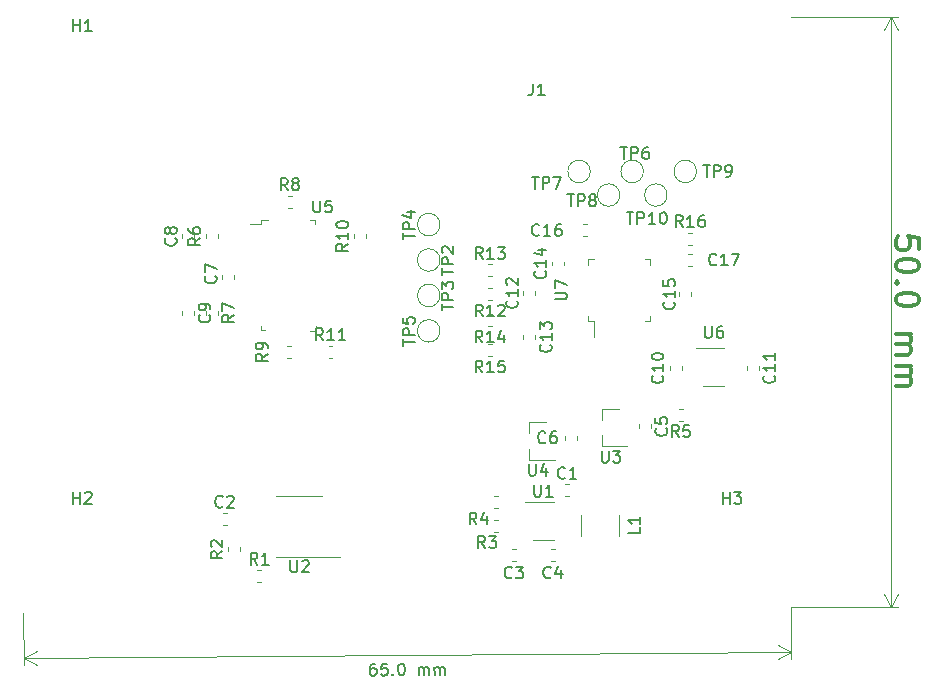
<source format=gbr>
G04 #@! TF.GenerationSoftware,KiCad,Pcbnew,(5.1.5-0)*
G04 #@! TF.CreationDate,2020-09-22T17:23:07-07:00*
G04 #@! TF.ProjectId,Luminometer_ADC,4c756d69-6e6f-46d6-9574-65725f414443,rev?*
G04 #@! TF.SameCoordinates,Original*
G04 #@! TF.FileFunction,Legend,Top*
G04 #@! TF.FilePolarity,Positive*
%FSLAX46Y46*%
G04 Gerber Fmt 4.6, Leading zero omitted, Abs format (unit mm)*
G04 Created by KiCad (PCBNEW (5.1.5-0)) date 2020-09-22 17:23:07*
%MOMM*%
%LPD*%
G04 APERTURE LIST*
%ADD10C,0.300000*%
%ADD11C,0.120000*%
%ADD12C,0.150000*%
%ADD13C,0.100000*%
G04 APERTURE END LIST*
D10*
X190865238Y-99671666D02*
X190865238Y-98719285D01*
X189912857Y-98624047D01*
X190008095Y-98719285D01*
X190103333Y-98909761D01*
X190103333Y-99385952D01*
X190008095Y-99576428D01*
X189912857Y-99671666D01*
X189722380Y-99766904D01*
X189246190Y-99766904D01*
X189055714Y-99671666D01*
X188960476Y-99576428D01*
X188865238Y-99385952D01*
X188865238Y-98909761D01*
X188960476Y-98719285D01*
X189055714Y-98624047D01*
X190865238Y-101005000D02*
X190865238Y-101195476D01*
X190770000Y-101385952D01*
X190674761Y-101481190D01*
X190484285Y-101576428D01*
X190103333Y-101671666D01*
X189627142Y-101671666D01*
X189246190Y-101576428D01*
X189055714Y-101481190D01*
X188960476Y-101385952D01*
X188865238Y-101195476D01*
X188865238Y-101005000D01*
X188960476Y-100814523D01*
X189055714Y-100719285D01*
X189246190Y-100624047D01*
X189627142Y-100528809D01*
X190103333Y-100528809D01*
X190484285Y-100624047D01*
X190674761Y-100719285D01*
X190770000Y-100814523D01*
X190865238Y-101005000D01*
X189055714Y-102528809D02*
X188960476Y-102624047D01*
X188865238Y-102528809D01*
X188960476Y-102433571D01*
X189055714Y-102528809D01*
X188865238Y-102528809D01*
X190865238Y-103862142D02*
X190865238Y-104052619D01*
X190770000Y-104243095D01*
X190674761Y-104338333D01*
X190484285Y-104433571D01*
X190103333Y-104528809D01*
X189627142Y-104528809D01*
X189246190Y-104433571D01*
X189055714Y-104338333D01*
X188960476Y-104243095D01*
X188865238Y-104052619D01*
X188865238Y-103862142D01*
X188960476Y-103671666D01*
X189055714Y-103576428D01*
X189246190Y-103481190D01*
X189627142Y-103385952D01*
X190103333Y-103385952D01*
X190484285Y-103481190D01*
X190674761Y-103576428D01*
X190770000Y-103671666D01*
X190865238Y-103862142D01*
X188865238Y-106909761D02*
X190198571Y-106909761D01*
X190008095Y-106909761D02*
X190103333Y-107005000D01*
X190198571Y-107195476D01*
X190198571Y-107481190D01*
X190103333Y-107671666D01*
X189912857Y-107766904D01*
X188865238Y-107766904D01*
X189912857Y-107766904D02*
X190103333Y-107862142D01*
X190198571Y-108052619D01*
X190198571Y-108338333D01*
X190103333Y-108528809D01*
X189912857Y-108624047D01*
X188865238Y-108624047D01*
X188865238Y-109576428D02*
X190198571Y-109576428D01*
X190008095Y-109576428D02*
X190103333Y-109671666D01*
X190198571Y-109862142D01*
X190198571Y-110147857D01*
X190103333Y-110338333D01*
X189912857Y-110433571D01*
X188865238Y-110433571D01*
X189912857Y-110433571D02*
X190103333Y-110528809D01*
X190198571Y-110719285D01*
X190198571Y-111005000D01*
X190103333Y-111195476D01*
X189912857Y-111290714D01*
X188865238Y-111290714D01*
D11*
X188500000Y-80010000D02*
X188500000Y-130000000D01*
X180000000Y-80010000D02*
X189086421Y-80010000D01*
X180000000Y-130000000D02*
X189086421Y-130000000D01*
X188500000Y-130000000D02*
X187913579Y-128873496D01*
X188500000Y-130000000D02*
X189086421Y-128873496D01*
X188500000Y-80010000D02*
X187913579Y-81136504D01*
X188500000Y-80010000D02*
X189086421Y-81136504D01*
D12*
X144821044Y-134802617D02*
X144630572Y-134803947D01*
X144535669Y-134852229D01*
X144488384Y-134900180D01*
X144394145Y-135043698D01*
X144347857Y-135234502D01*
X144350516Y-135615445D01*
X144398799Y-135710349D01*
X144446750Y-135757634D01*
X144542318Y-135804587D01*
X144732789Y-135803257D01*
X144827693Y-135754975D01*
X144874978Y-135707024D01*
X144921931Y-135611456D01*
X144920269Y-135373367D01*
X144871986Y-135278463D01*
X144824036Y-135231178D01*
X144728468Y-135184225D01*
X144537996Y-135185555D01*
X144443093Y-135233837D01*
X144395807Y-135281788D01*
X144348854Y-135377356D01*
X145821019Y-134795636D02*
X145344841Y-134798960D01*
X145300547Y-135275471D01*
X145347833Y-135227521D01*
X145442736Y-135179238D01*
X145680825Y-135177576D01*
X145776394Y-135224529D01*
X145824344Y-135271815D01*
X145872627Y-135366718D01*
X145874289Y-135604807D01*
X145827336Y-135700376D01*
X145780050Y-135748326D01*
X145685147Y-135796609D01*
X145447058Y-135798271D01*
X145351489Y-135751318D01*
X145303539Y-135704032D01*
X146303515Y-135697051D02*
X146351465Y-135744337D01*
X146304180Y-135792287D01*
X146256229Y-135745001D01*
X146303515Y-135697051D01*
X146304180Y-135792287D01*
X146963849Y-134787657D02*
X147059085Y-134786992D01*
X147154653Y-134833945D01*
X147202603Y-134881231D01*
X147250886Y-134976134D01*
X147299834Y-135166273D01*
X147301496Y-135404363D01*
X147255208Y-135595167D01*
X147208255Y-135690735D01*
X147160969Y-135738685D01*
X147066066Y-135786968D01*
X146970830Y-135787633D01*
X146875262Y-135740680D01*
X146827311Y-135693394D01*
X146779029Y-135598491D01*
X146730081Y-135408352D01*
X146728419Y-135170262D01*
X146774707Y-134979458D01*
X146821660Y-134883890D01*
X146868945Y-134835940D01*
X146963849Y-134787657D01*
X148494602Y-135776995D02*
X148489948Y-135110344D01*
X148490613Y-135205580D02*
X148537899Y-135157630D01*
X148632802Y-135109347D01*
X148775656Y-135108350D01*
X148871224Y-135155303D01*
X148919507Y-135250206D01*
X148923163Y-135774003D01*
X148919507Y-135250206D02*
X148966460Y-135154638D01*
X149061363Y-135106355D01*
X149204217Y-135105358D01*
X149299785Y-135152311D01*
X149348068Y-135247214D01*
X149351724Y-135771011D01*
X149827903Y-135767686D02*
X149823249Y-135101036D01*
X149823914Y-135196272D02*
X149871199Y-135148321D01*
X149966103Y-135100039D01*
X150108956Y-135099041D01*
X150204525Y-135145994D01*
X150252807Y-135240898D01*
X150256464Y-135764694D01*
X150252807Y-135240898D02*
X150299760Y-135145329D01*
X150394664Y-135097047D01*
X150537517Y-135096049D01*
X150633086Y-135143002D01*
X150681368Y-135237906D01*
X150685025Y-135761702D01*
D11*
X115029318Y-134311312D02*
X180029318Y-133811312D01*
X115000000Y-130500000D02*
X115033829Y-134897716D01*
X180000000Y-130000000D02*
X180033829Y-134397716D01*
X180029318Y-133811312D02*
X178907358Y-134406381D01*
X180029318Y-133811312D02*
X178898337Y-133233574D01*
X115029318Y-134311312D02*
X116160299Y-134889050D01*
X115029318Y-134311312D02*
X116151278Y-133716243D01*
X160776000Y-101081279D02*
X160776000Y-100755721D01*
X159756000Y-101081279D02*
X159756000Y-100755721D01*
X167513000Y-93119000D02*
G75*
G03X167513000Y-93119000I-950000J0D01*
G01*
X131891721Y-123065000D02*
X132217279Y-123065000D01*
X131891721Y-122045000D02*
X132217279Y-122045000D01*
X156382721Y-126129000D02*
X156708279Y-126129000D01*
X156382721Y-125109000D02*
X156708279Y-125109000D01*
X134838221Y-127891000D02*
X135163779Y-127891000D01*
X134838221Y-126871000D02*
X135163779Y-126871000D01*
X133352000Y-125283279D02*
X133352000Y-124957721D01*
X132332000Y-125283279D02*
X132332000Y-124957721D01*
X160882721Y-120629000D02*
X161208279Y-120629000D01*
X160882721Y-119609000D02*
X161208279Y-119609000D01*
X170838279Y-113199000D02*
X170512721Y-113199000D01*
X170838279Y-114219000D02*
X170512721Y-114219000D01*
X155208279Y-122609000D02*
X154882721Y-122609000D01*
X155208279Y-123629000D02*
X154882721Y-123629000D01*
X155208279Y-120609000D02*
X154882721Y-120609000D01*
X155208279Y-121629000D02*
X154882721Y-121629000D01*
X159670221Y-126129000D02*
X159995779Y-126129000D01*
X159670221Y-125109000D02*
X159995779Y-125109000D01*
X167143000Y-114540721D02*
X167143000Y-114866279D01*
X168163000Y-114540721D02*
X168163000Y-114866279D01*
X160908000Y-115517721D02*
X160908000Y-115843279D01*
X161928000Y-115517721D02*
X161928000Y-115843279D01*
X165433000Y-122169000D02*
X165433000Y-123969000D01*
X162233000Y-122169000D02*
X162233000Y-123969000D01*
D13*
X135106000Y-97603000D02*
X134206000Y-97603000D01*
X135106000Y-97203000D02*
X135106000Y-97603000D01*
X135706000Y-97203000D02*
X135106000Y-97203000D01*
X139706000Y-97203000D02*
X139306000Y-97203000D01*
X139706000Y-97603000D02*
X139706000Y-97203000D01*
X139806000Y-106603000D02*
X139306000Y-106603000D01*
X139806000Y-106203000D02*
X139806000Y-106603000D01*
X135106000Y-106503000D02*
X135506000Y-106503000D01*
X135106000Y-106203000D02*
X135106000Y-106503000D01*
D11*
X131824000Y-101919721D02*
X131824000Y-102245279D01*
X132844000Y-101919721D02*
X132844000Y-102245279D01*
X129476000Y-98767279D02*
X129476000Y-98441721D01*
X128456000Y-98767279D02*
X128456000Y-98441721D01*
X165513000Y-95119000D02*
G75*
G03X165513000Y-95119000I-950000J0D01*
G01*
X169513000Y-95119000D02*
G75*
G03X169513000Y-95119000I-950000J0D01*
G01*
X163013000Y-93119000D02*
G75*
G03X163013000Y-93119000I-950000J0D01*
G01*
X172013000Y-93119000D02*
G75*
G03X172013000Y-93119000I-950000J0D01*
G01*
X159928000Y-121089000D02*
X157478000Y-121089000D01*
X158128000Y-124309000D02*
X159928000Y-124309000D01*
X163988000Y-113233000D02*
X165448000Y-113233000D01*
X163988000Y-116393000D02*
X166148000Y-116393000D01*
X163988000Y-116393000D02*
X163988000Y-115463000D01*
X163988000Y-113233000D02*
X163988000Y-114163000D01*
X157828000Y-114349000D02*
X159288000Y-114349000D01*
X157828000Y-117509000D02*
X159988000Y-117509000D01*
X157828000Y-117509000D02*
X157828000Y-116579000D01*
X157828000Y-114349000D02*
X157828000Y-115279000D01*
X174374000Y-108054000D02*
X171924000Y-108054000D01*
X172574000Y-111274000D02*
X174374000Y-111274000D01*
X163313000Y-105789000D02*
X163313000Y-107104000D01*
X162863000Y-105789000D02*
X163313000Y-105789000D01*
X162863000Y-105339000D02*
X162863000Y-105789000D01*
X162863000Y-100569000D02*
X163313000Y-100569000D01*
X162863000Y-101019000D02*
X162863000Y-100569000D01*
X168083000Y-105789000D02*
X167633000Y-105789000D01*
X168083000Y-105339000D02*
X168083000Y-105789000D01*
X168083000Y-100569000D02*
X167633000Y-100569000D01*
X168083000Y-101019000D02*
X168083000Y-100569000D01*
X131476000Y-98767279D02*
X131476000Y-98441721D01*
X130456000Y-98767279D02*
X130456000Y-98441721D01*
X130456000Y-104925721D02*
X130456000Y-105251279D01*
X131476000Y-104925721D02*
X131476000Y-105251279D01*
X137395721Y-96190000D02*
X137721279Y-96190000D01*
X137395721Y-95170000D02*
X137721279Y-95170000D01*
X137360721Y-108902000D02*
X137686279Y-108902000D01*
X137360721Y-107882000D02*
X137686279Y-107882000D01*
X143996000Y-98767279D02*
X143996000Y-98441721D01*
X142976000Y-98767279D02*
X142976000Y-98441721D01*
X154696279Y-102995000D02*
X154370721Y-102995000D01*
X154696279Y-104015000D02*
X154370721Y-104015000D01*
X154696279Y-100963000D02*
X154370721Y-100963000D01*
X154696279Y-101983000D02*
X154370721Y-101983000D01*
X154688279Y-105209000D02*
X154362721Y-105209000D01*
X154688279Y-106229000D02*
X154362721Y-106229000D01*
X138389000Y-125749000D02*
X141839000Y-125749000D01*
X138389000Y-125749000D02*
X136439000Y-125749000D01*
X138389000Y-120629000D02*
X140339000Y-120629000D01*
X138389000Y-120629000D02*
X136439000Y-120629000D01*
X154688279Y-107749000D02*
X154362721Y-107749000D01*
X154688279Y-108769000D02*
X154362721Y-108769000D01*
X171638279Y-98359000D02*
X171312721Y-98359000D01*
X171638279Y-99379000D02*
X171312721Y-99379000D01*
X150283000Y-100619000D02*
G75*
G03X150283000Y-100619000I-950000J0D01*
G01*
X150283000Y-103619000D02*
G75*
G03X150283000Y-103619000I-950000J0D01*
G01*
X150283000Y-97619000D02*
G75*
G03X150283000Y-97619000I-950000J0D01*
G01*
X150283000Y-106619000D02*
G75*
G03X150283000Y-106619000I-950000J0D01*
G01*
X128456000Y-104925721D02*
X128456000Y-105251279D01*
X129476000Y-104925721D02*
X129476000Y-105251279D01*
X169744000Y-109608721D02*
X169744000Y-109934279D01*
X170764000Y-109608721D02*
X170764000Y-109934279D01*
X176274000Y-109598721D02*
X176274000Y-109924279D01*
X177294000Y-109598721D02*
X177294000Y-109924279D01*
X158363000Y-103569279D02*
X158363000Y-103243721D01*
X157343000Y-103569279D02*
X157343000Y-103243721D01*
X157343000Y-106978721D02*
X157343000Y-107304279D01*
X158363000Y-106978721D02*
X158363000Y-107304279D01*
X170495500Y-103367721D02*
X170495500Y-103693279D01*
X171515500Y-103367721D02*
X171515500Y-103693279D01*
X162422721Y-98609000D02*
X162748279Y-98609000D01*
X162422721Y-97589000D02*
X162748279Y-97589000D01*
X171312721Y-101094000D02*
X171638279Y-101094000D01*
X171312721Y-100074000D02*
X171638279Y-100074000D01*
X140860721Y-108902000D02*
X141186279Y-108902000D01*
X140860721Y-107882000D02*
X141186279Y-107882000D01*
D12*
X159193142Y-101561357D02*
X159240761Y-101608976D01*
X159288380Y-101751833D01*
X159288380Y-101847071D01*
X159240761Y-101989928D01*
X159145523Y-102085166D01*
X159050285Y-102132785D01*
X158859809Y-102180404D01*
X158716952Y-102180404D01*
X158526476Y-102132785D01*
X158431238Y-102085166D01*
X158336000Y-101989928D01*
X158288380Y-101847071D01*
X158288380Y-101751833D01*
X158336000Y-101608976D01*
X158383619Y-101561357D01*
X159288380Y-100608976D02*
X159288380Y-101180404D01*
X159288380Y-100894690D02*
X158288380Y-100894690D01*
X158431238Y-100989928D01*
X158526476Y-101085166D01*
X158574095Y-101180404D01*
X158621714Y-99751833D02*
X159288380Y-99751833D01*
X158240761Y-99989928D02*
X158955047Y-100228023D01*
X158955047Y-99608976D01*
X174238095Y-121252380D02*
X174238095Y-120252380D01*
X174238095Y-120728571D02*
X174809523Y-120728571D01*
X174809523Y-121252380D02*
X174809523Y-120252380D01*
X175190476Y-120252380D02*
X175809523Y-120252380D01*
X175476190Y-120633333D01*
X175619047Y-120633333D01*
X175714285Y-120680952D01*
X175761904Y-120728571D01*
X175809523Y-120823809D01*
X175809523Y-121061904D01*
X175761904Y-121157142D01*
X175714285Y-121204761D01*
X175619047Y-121252380D01*
X175333333Y-121252380D01*
X175238095Y-121204761D01*
X175190476Y-121157142D01*
X119238095Y-121252380D02*
X119238095Y-120252380D01*
X119238095Y-120728571D02*
X119809523Y-120728571D01*
X119809523Y-121252380D02*
X119809523Y-120252380D01*
X120238095Y-120347619D02*
X120285714Y-120300000D01*
X120380952Y-120252380D01*
X120619047Y-120252380D01*
X120714285Y-120300000D01*
X120761904Y-120347619D01*
X120809523Y-120442857D01*
X120809523Y-120538095D01*
X120761904Y-120680952D01*
X120190476Y-121252380D01*
X120809523Y-121252380D01*
X166094904Y-96571380D02*
X166666333Y-96571380D01*
X166380619Y-97571380D02*
X166380619Y-96571380D01*
X166999666Y-97571380D02*
X166999666Y-96571380D01*
X167380619Y-96571380D01*
X167475857Y-96619000D01*
X167523476Y-96666619D01*
X167571095Y-96761857D01*
X167571095Y-96904714D01*
X167523476Y-96999952D01*
X167475857Y-97047571D01*
X167380619Y-97095190D01*
X166999666Y-97095190D01*
X168523476Y-97571380D02*
X167952047Y-97571380D01*
X168237761Y-97571380D02*
X168237761Y-96571380D01*
X168142523Y-96714238D01*
X168047285Y-96809476D01*
X167952047Y-96857095D01*
X169142523Y-96571380D02*
X169237761Y-96571380D01*
X169333000Y-96619000D01*
X169380619Y-96666619D01*
X169428238Y-96761857D01*
X169475857Y-96952333D01*
X169475857Y-97190428D01*
X169428238Y-97380904D01*
X169380619Y-97476142D01*
X169333000Y-97523761D01*
X169237761Y-97571380D01*
X169142523Y-97571380D01*
X169047285Y-97523761D01*
X168999666Y-97476142D01*
X168952047Y-97380904D01*
X168904428Y-97190428D01*
X168904428Y-96952333D01*
X168952047Y-96761857D01*
X168999666Y-96666619D01*
X169047285Y-96619000D01*
X169142523Y-96571380D01*
X158162666Y-85685380D02*
X158162666Y-86399666D01*
X158115047Y-86542523D01*
X158019809Y-86637761D01*
X157876952Y-86685380D01*
X157781714Y-86685380D01*
X159162666Y-86685380D02*
X158591238Y-86685380D01*
X158876952Y-86685380D02*
X158876952Y-85685380D01*
X158781714Y-85828238D01*
X158686476Y-85923476D01*
X158591238Y-85971095D01*
X131887833Y-121482142D02*
X131840214Y-121529761D01*
X131697357Y-121577380D01*
X131602119Y-121577380D01*
X131459261Y-121529761D01*
X131364023Y-121434523D01*
X131316404Y-121339285D01*
X131268785Y-121148809D01*
X131268785Y-121005952D01*
X131316404Y-120815476D01*
X131364023Y-120720238D01*
X131459261Y-120625000D01*
X131602119Y-120577380D01*
X131697357Y-120577380D01*
X131840214Y-120625000D01*
X131887833Y-120672619D01*
X132268785Y-120672619D02*
X132316404Y-120625000D01*
X132411642Y-120577380D01*
X132649738Y-120577380D01*
X132744976Y-120625000D01*
X132792595Y-120672619D01*
X132840214Y-120767857D01*
X132840214Y-120863095D01*
X132792595Y-121005952D01*
X132221166Y-121577380D01*
X132840214Y-121577380D01*
X156378833Y-127476142D02*
X156331214Y-127523761D01*
X156188357Y-127571380D01*
X156093119Y-127571380D01*
X155950261Y-127523761D01*
X155855023Y-127428523D01*
X155807404Y-127333285D01*
X155759785Y-127142809D01*
X155759785Y-126999952D01*
X155807404Y-126809476D01*
X155855023Y-126714238D01*
X155950261Y-126619000D01*
X156093119Y-126571380D01*
X156188357Y-126571380D01*
X156331214Y-126619000D01*
X156378833Y-126666619D01*
X156712166Y-126571380D02*
X157331214Y-126571380D01*
X156997880Y-126952333D01*
X157140738Y-126952333D01*
X157235976Y-126999952D01*
X157283595Y-127047571D01*
X157331214Y-127142809D01*
X157331214Y-127380904D01*
X157283595Y-127476142D01*
X157235976Y-127523761D01*
X157140738Y-127571380D01*
X156855023Y-127571380D01*
X156759785Y-127523761D01*
X156712166Y-127476142D01*
X134834333Y-126403380D02*
X134501000Y-125927190D01*
X134262904Y-126403380D02*
X134262904Y-125403380D01*
X134643857Y-125403380D01*
X134739095Y-125451000D01*
X134786714Y-125498619D01*
X134834333Y-125593857D01*
X134834333Y-125736714D01*
X134786714Y-125831952D01*
X134739095Y-125879571D01*
X134643857Y-125927190D01*
X134262904Y-125927190D01*
X135786714Y-126403380D02*
X135215285Y-126403380D01*
X135501000Y-126403380D02*
X135501000Y-125403380D01*
X135405761Y-125546238D01*
X135310523Y-125641476D01*
X135215285Y-125689095D01*
X131864380Y-125287166D02*
X131388190Y-125620500D01*
X131864380Y-125858595D02*
X130864380Y-125858595D01*
X130864380Y-125477642D01*
X130912000Y-125382404D01*
X130959619Y-125334785D01*
X131054857Y-125287166D01*
X131197714Y-125287166D01*
X131292952Y-125334785D01*
X131340571Y-125382404D01*
X131388190Y-125477642D01*
X131388190Y-125858595D01*
X130959619Y-124906214D02*
X130912000Y-124858595D01*
X130864380Y-124763357D01*
X130864380Y-124525261D01*
X130912000Y-124430023D01*
X130959619Y-124382404D01*
X131054857Y-124334785D01*
X131150095Y-124334785D01*
X131292952Y-124382404D01*
X131864380Y-124953833D01*
X131864380Y-124334785D01*
X160878833Y-119046142D02*
X160831214Y-119093761D01*
X160688357Y-119141380D01*
X160593119Y-119141380D01*
X160450261Y-119093761D01*
X160355023Y-118998523D01*
X160307404Y-118903285D01*
X160259785Y-118712809D01*
X160259785Y-118569952D01*
X160307404Y-118379476D01*
X160355023Y-118284238D01*
X160450261Y-118189000D01*
X160593119Y-118141380D01*
X160688357Y-118141380D01*
X160831214Y-118189000D01*
X160878833Y-118236619D01*
X161831214Y-119141380D02*
X161259785Y-119141380D01*
X161545500Y-119141380D02*
X161545500Y-118141380D01*
X161450261Y-118284238D01*
X161355023Y-118379476D01*
X161259785Y-118427095D01*
X170508833Y-115591380D02*
X170175500Y-115115190D01*
X169937404Y-115591380D02*
X169937404Y-114591380D01*
X170318357Y-114591380D01*
X170413595Y-114639000D01*
X170461214Y-114686619D01*
X170508833Y-114781857D01*
X170508833Y-114924714D01*
X170461214Y-115019952D01*
X170413595Y-115067571D01*
X170318357Y-115115190D01*
X169937404Y-115115190D01*
X171413595Y-114591380D02*
X170937404Y-114591380D01*
X170889785Y-115067571D01*
X170937404Y-115019952D01*
X171032642Y-114972333D01*
X171270738Y-114972333D01*
X171365976Y-115019952D01*
X171413595Y-115067571D01*
X171461214Y-115162809D01*
X171461214Y-115400904D01*
X171413595Y-115496142D01*
X171365976Y-115543761D01*
X171270738Y-115591380D01*
X171032642Y-115591380D01*
X170937404Y-115543761D01*
X170889785Y-115496142D01*
X154091333Y-125001380D02*
X153758000Y-124525190D01*
X153519904Y-125001380D02*
X153519904Y-124001380D01*
X153900857Y-124001380D01*
X153996095Y-124049000D01*
X154043714Y-124096619D01*
X154091333Y-124191857D01*
X154091333Y-124334714D01*
X154043714Y-124429952D01*
X153996095Y-124477571D01*
X153900857Y-124525190D01*
X153519904Y-124525190D01*
X154424666Y-124001380D02*
X155043714Y-124001380D01*
X154710380Y-124382333D01*
X154853238Y-124382333D01*
X154948476Y-124429952D01*
X154996095Y-124477571D01*
X155043714Y-124572809D01*
X155043714Y-124810904D01*
X154996095Y-124906142D01*
X154948476Y-124953761D01*
X154853238Y-125001380D01*
X154567523Y-125001380D01*
X154472285Y-124953761D01*
X154424666Y-124906142D01*
X153378833Y-123001380D02*
X153045500Y-122525190D01*
X152807404Y-123001380D02*
X152807404Y-122001380D01*
X153188357Y-122001380D01*
X153283595Y-122049000D01*
X153331214Y-122096619D01*
X153378833Y-122191857D01*
X153378833Y-122334714D01*
X153331214Y-122429952D01*
X153283595Y-122477571D01*
X153188357Y-122525190D01*
X152807404Y-122525190D01*
X154235976Y-122334714D02*
X154235976Y-123001380D01*
X153997880Y-121953761D02*
X153759785Y-122668047D01*
X154378833Y-122668047D01*
X159666333Y-127476142D02*
X159618714Y-127523761D01*
X159475857Y-127571380D01*
X159380619Y-127571380D01*
X159237761Y-127523761D01*
X159142523Y-127428523D01*
X159094904Y-127333285D01*
X159047285Y-127142809D01*
X159047285Y-126999952D01*
X159094904Y-126809476D01*
X159142523Y-126714238D01*
X159237761Y-126619000D01*
X159380619Y-126571380D01*
X159475857Y-126571380D01*
X159618714Y-126619000D01*
X159666333Y-126666619D01*
X160523476Y-126904714D02*
X160523476Y-127571380D01*
X160285380Y-126523761D02*
X160047285Y-127238047D01*
X160666333Y-127238047D01*
X169440142Y-114870166D02*
X169487761Y-114917785D01*
X169535380Y-115060642D01*
X169535380Y-115155880D01*
X169487761Y-115298738D01*
X169392523Y-115393976D01*
X169297285Y-115441595D01*
X169106809Y-115489214D01*
X168963952Y-115489214D01*
X168773476Y-115441595D01*
X168678238Y-115393976D01*
X168583000Y-115298738D01*
X168535380Y-115155880D01*
X168535380Y-115060642D01*
X168583000Y-114917785D01*
X168630619Y-114870166D01*
X168535380Y-113965404D02*
X168535380Y-114441595D01*
X169011571Y-114489214D01*
X168963952Y-114441595D01*
X168916333Y-114346357D01*
X168916333Y-114108261D01*
X168963952Y-114013023D01*
X169011571Y-113965404D01*
X169106809Y-113917785D01*
X169344904Y-113917785D01*
X169440142Y-113965404D01*
X169487761Y-114013023D01*
X169535380Y-114108261D01*
X169535380Y-114346357D01*
X169487761Y-114441595D01*
X169440142Y-114489214D01*
X159219333Y-116037642D02*
X159171714Y-116085261D01*
X159028857Y-116132880D01*
X158933619Y-116132880D01*
X158790761Y-116085261D01*
X158695523Y-115990023D01*
X158647904Y-115894785D01*
X158600285Y-115704309D01*
X158600285Y-115561452D01*
X158647904Y-115370976D01*
X158695523Y-115275738D01*
X158790761Y-115180500D01*
X158933619Y-115132880D01*
X159028857Y-115132880D01*
X159171714Y-115180500D01*
X159219333Y-115228119D01*
X160076476Y-115132880D02*
X159886000Y-115132880D01*
X159790761Y-115180500D01*
X159743142Y-115228119D01*
X159647904Y-115370976D01*
X159600285Y-115561452D01*
X159600285Y-115942404D01*
X159647904Y-116037642D01*
X159695523Y-116085261D01*
X159790761Y-116132880D01*
X159981238Y-116132880D01*
X160076476Y-116085261D01*
X160124095Y-116037642D01*
X160171714Y-115942404D01*
X160171714Y-115704309D01*
X160124095Y-115609071D01*
X160076476Y-115561452D01*
X159981238Y-115513833D01*
X159790761Y-115513833D01*
X159695523Y-115561452D01*
X159647904Y-115609071D01*
X159600285Y-115704309D01*
X167235380Y-123235666D02*
X167235380Y-123711857D01*
X166235380Y-123711857D01*
X167235380Y-122378523D02*
X167235380Y-122949952D01*
X167235380Y-122664238D02*
X166235380Y-122664238D01*
X166378238Y-122759476D01*
X166473476Y-122854714D01*
X166521095Y-122949952D01*
X139573095Y-95591380D02*
X139573095Y-96400904D01*
X139620714Y-96496142D01*
X139668333Y-96543761D01*
X139763571Y-96591380D01*
X139954047Y-96591380D01*
X140049285Y-96543761D01*
X140096904Y-96496142D01*
X140144523Y-96400904D01*
X140144523Y-95591380D01*
X141096904Y-95591380D02*
X140620714Y-95591380D01*
X140573095Y-96067571D01*
X140620714Y-96019952D01*
X140715952Y-95972333D01*
X140954047Y-95972333D01*
X141049285Y-96019952D01*
X141096904Y-96067571D01*
X141144523Y-96162809D01*
X141144523Y-96400904D01*
X141096904Y-96496142D01*
X141049285Y-96543761D01*
X140954047Y-96591380D01*
X140715952Y-96591380D01*
X140620714Y-96543761D01*
X140573095Y-96496142D01*
X131278142Y-101971166D02*
X131325761Y-102018785D01*
X131373380Y-102161642D01*
X131373380Y-102256880D01*
X131325761Y-102399738D01*
X131230523Y-102494976D01*
X131135285Y-102542595D01*
X130944809Y-102590214D01*
X130801952Y-102590214D01*
X130611476Y-102542595D01*
X130516238Y-102494976D01*
X130421000Y-102399738D01*
X130373380Y-102256880D01*
X130373380Y-102161642D01*
X130421000Y-102018785D01*
X130468619Y-101971166D01*
X130373380Y-101637833D02*
X130373380Y-100971166D01*
X131373380Y-101399738D01*
X127893142Y-98771166D02*
X127940761Y-98818785D01*
X127988380Y-98961642D01*
X127988380Y-99056880D01*
X127940761Y-99199738D01*
X127845523Y-99294976D01*
X127750285Y-99342595D01*
X127559809Y-99390214D01*
X127416952Y-99390214D01*
X127226476Y-99342595D01*
X127131238Y-99294976D01*
X127036000Y-99199738D01*
X126988380Y-99056880D01*
X126988380Y-98961642D01*
X127036000Y-98818785D01*
X127083619Y-98771166D01*
X127416952Y-98199738D02*
X127369333Y-98294976D01*
X127321714Y-98342595D01*
X127226476Y-98390214D01*
X127178857Y-98390214D01*
X127083619Y-98342595D01*
X127036000Y-98294976D01*
X126988380Y-98199738D01*
X126988380Y-98009261D01*
X127036000Y-97914023D01*
X127083619Y-97866404D01*
X127178857Y-97818785D01*
X127226476Y-97818785D01*
X127321714Y-97866404D01*
X127369333Y-97914023D01*
X127416952Y-98009261D01*
X127416952Y-98199738D01*
X127464571Y-98294976D01*
X127512190Y-98342595D01*
X127607428Y-98390214D01*
X127797904Y-98390214D01*
X127893142Y-98342595D01*
X127940761Y-98294976D01*
X127988380Y-98199738D01*
X127988380Y-98009261D01*
X127940761Y-97914023D01*
X127893142Y-97866404D01*
X127797904Y-97818785D01*
X127607428Y-97818785D01*
X127512190Y-97866404D01*
X127464571Y-97914023D01*
X127416952Y-98009261D01*
X161071095Y-95071380D02*
X161642523Y-95071380D01*
X161356809Y-96071380D02*
X161356809Y-95071380D01*
X161975857Y-96071380D02*
X161975857Y-95071380D01*
X162356809Y-95071380D01*
X162452047Y-95119000D01*
X162499666Y-95166619D01*
X162547285Y-95261857D01*
X162547285Y-95404714D01*
X162499666Y-95499952D01*
X162452047Y-95547571D01*
X162356809Y-95595190D01*
X161975857Y-95595190D01*
X163118714Y-95499952D02*
X163023476Y-95452333D01*
X162975857Y-95404714D01*
X162928238Y-95309476D01*
X162928238Y-95261857D01*
X162975857Y-95166619D01*
X163023476Y-95119000D01*
X163118714Y-95071380D01*
X163309190Y-95071380D01*
X163404428Y-95119000D01*
X163452047Y-95166619D01*
X163499666Y-95261857D01*
X163499666Y-95309476D01*
X163452047Y-95404714D01*
X163404428Y-95452333D01*
X163309190Y-95499952D01*
X163118714Y-95499952D01*
X163023476Y-95547571D01*
X162975857Y-95595190D01*
X162928238Y-95690428D01*
X162928238Y-95880904D01*
X162975857Y-95976142D01*
X163023476Y-96023761D01*
X163118714Y-96071380D01*
X163309190Y-96071380D01*
X163404428Y-96023761D01*
X163452047Y-95976142D01*
X163499666Y-95880904D01*
X163499666Y-95690428D01*
X163452047Y-95595190D01*
X163404428Y-95547571D01*
X163309190Y-95499952D01*
X165571095Y-91071380D02*
X166142523Y-91071380D01*
X165856809Y-92071380D02*
X165856809Y-91071380D01*
X166475857Y-92071380D02*
X166475857Y-91071380D01*
X166856809Y-91071380D01*
X166952047Y-91119000D01*
X166999666Y-91166619D01*
X167047285Y-91261857D01*
X167047285Y-91404714D01*
X166999666Y-91499952D01*
X166952047Y-91547571D01*
X166856809Y-91595190D01*
X166475857Y-91595190D01*
X167904428Y-91071380D02*
X167713952Y-91071380D01*
X167618714Y-91119000D01*
X167571095Y-91166619D01*
X167475857Y-91309476D01*
X167428238Y-91499952D01*
X167428238Y-91880904D01*
X167475857Y-91976142D01*
X167523476Y-92023761D01*
X167618714Y-92071380D01*
X167809190Y-92071380D01*
X167904428Y-92023761D01*
X167952047Y-91976142D01*
X167999666Y-91880904D01*
X167999666Y-91642809D01*
X167952047Y-91547571D01*
X167904428Y-91499952D01*
X167809190Y-91452333D01*
X167618714Y-91452333D01*
X167523476Y-91499952D01*
X167475857Y-91547571D01*
X167428238Y-91642809D01*
X158071095Y-93571380D02*
X158642523Y-93571380D01*
X158356809Y-94571380D02*
X158356809Y-93571380D01*
X158975857Y-94571380D02*
X158975857Y-93571380D01*
X159356809Y-93571380D01*
X159452047Y-93619000D01*
X159499666Y-93666619D01*
X159547285Y-93761857D01*
X159547285Y-93904714D01*
X159499666Y-93999952D01*
X159452047Y-94047571D01*
X159356809Y-94095190D01*
X158975857Y-94095190D01*
X159880619Y-93571380D02*
X160547285Y-93571380D01*
X160118714Y-94571380D01*
X172571095Y-92571380D02*
X173142523Y-92571380D01*
X172856809Y-93571380D02*
X172856809Y-92571380D01*
X173475857Y-93571380D02*
X173475857Y-92571380D01*
X173856809Y-92571380D01*
X173952047Y-92619000D01*
X173999666Y-92666619D01*
X174047285Y-92761857D01*
X174047285Y-92904714D01*
X173999666Y-92999952D01*
X173952047Y-93047571D01*
X173856809Y-93095190D01*
X173475857Y-93095190D01*
X174523476Y-93571380D02*
X174713952Y-93571380D01*
X174809190Y-93523761D01*
X174856809Y-93476142D01*
X174952047Y-93333285D01*
X174999666Y-93142809D01*
X174999666Y-92761857D01*
X174952047Y-92666619D01*
X174904428Y-92619000D01*
X174809190Y-92571380D01*
X174618714Y-92571380D01*
X174523476Y-92619000D01*
X174475857Y-92666619D01*
X174428238Y-92761857D01*
X174428238Y-92999952D01*
X174475857Y-93095190D01*
X174523476Y-93142809D01*
X174618714Y-93190428D01*
X174809190Y-93190428D01*
X174904428Y-93142809D01*
X174952047Y-93095190D01*
X174999666Y-92999952D01*
X158266095Y-119651380D02*
X158266095Y-120460904D01*
X158313714Y-120556142D01*
X158361333Y-120603761D01*
X158456571Y-120651380D01*
X158647047Y-120651380D01*
X158742285Y-120603761D01*
X158789904Y-120556142D01*
X158837523Y-120460904D01*
X158837523Y-119651380D01*
X159837523Y-120651380D02*
X159266095Y-120651380D01*
X159551809Y-120651380D02*
X159551809Y-119651380D01*
X159456571Y-119794238D01*
X159361333Y-119889476D01*
X159266095Y-119937095D01*
X163986095Y-116765380D02*
X163986095Y-117574904D01*
X164033714Y-117670142D01*
X164081333Y-117717761D01*
X164176571Y-117765380D01*
X164367047Y-117765380D01*
X164462285Y-117717761D01*
X164509904Y-117670142D01*
X164557523Y-117574904D01*
X164557523Y-116765380D01*
X164938476Y-116765380D02*
X165557523Y-116765380D01*
X165224190Y-117146333D01*
X165367047Y-117146333D01*
X165462285Y-117193952D01*
X165509904Y-117241571D01*
X165557523Y-117336809D01*
X165557523Y-117574904D01*
X165509904Y-117670142D01*
X165462285Y-117717761D01*
X165367047Y-117765380D01*
X165081333Y-117765380D01*
X164986095Y-117717761D01*
X164938476Y-117670142D01*
X157826095Y-117881380D02*
X157826095Y-118690904D01*
X157873714Y-118786142D01*
X157921333Y-118833761D01*
X158016571Y-118881380D01*
X158207047Y-118881380D01*
X158302285Y-118833761D01*
X158349904Y-118786142D01*
X158397523Y-118690904D01*
X158397523Y-117881380D01*
X159302285Y-118214714D02*
X159302285Y-118881380D01*
X159064190Y-117833761D02*
X158826095Y-118548047D01*
X159445142Y-118548047D01*
X172712095Y-106216380D02*
X172712095Y-107025904D01*
X172759714Y-107121142D01*
X172807333Y-107168761D01*
X172902571Y-107216380D01*
X173093047Y-107216380D01*
X173188285Y-107168761D01*
X173235904Y-107121142D01*
X173283523Y-107025904D01*
X173283523Y-106216380D01*
X174188285Y-106216380D02*
X173997809Y-106216380D01*
X173902571Y-106264000D01*
X173854952Y-106311619D01*
X173759714Y-106454476D01*
X173712095Y-106644952D01*
X173712095Y-107025904D01*
X173759714Y-107121142D01*
X173807333Y-107168761D01*
X173902571Y-107216380D01*
X174093047Y-107216380D01*
X174188285Y-107168761D01*
X174235904Y-107121142D01*
X174283523Y-107025904D01*
X174283523Y-106787809D01*
X174235904Y-106692571D01*
X174188285Y-106644952D01*
X174093047Y-106597333D01*
X173902571Y-106597333D01*
X173807333Y-106644952D01*
X173759714Y-106692571D01*
X173712095Y-106787809D01*
X160045380Y-103940904D02*
X160854904Y-103940904D01*
X160950142Y-103893285D01*
X160997761Y-103845666D01*
X161045380Y-103750428D01*
X161045380Y-103559952D01*
X160997761Y-103464714D01*
X160950142Y-103417095D01*
X160854904Y-103369476D01*
X160045380Y-103369476D01*
X160045380Y-102988523D02*
X160045380Y-102321857D01*
X161045380Y-102750428D01*
X129988380Y-98771166D02*
X129512190Y-99104500D01*
X129988380Y-99342595D02*
X128988380Y-99342595D01*
X128988380Y-98961642D01*
X129036000Y-98866404D01*
X129083619Y-98818785D01*
X129178857Y-98771166D01*
X129321714Y-98771166D01*
X129416952Y-98818785D01*
X129464571Y-98866404D01*
X129512190Y-98961642D01*
X129512190Y-99342595D01*
X128988380Y-97914023D02*
X128988380Y-98104500D01*
X129036000Y-98199738D01*
X129083619Y-98247357D01*
X129226476Y-98342595D01*
X129416952Y-98390214D01*
X129797904Y-98390214D01*
X129893142Y-98342595D01*
X129940761Y-98294976D01*
X129988380Y-98199738D01*
X129988380Y-98009261D01*
X129940761Y-97914023D01*
X129893142Y-97866404D01*
X129797904Y-97818785D01*
X129559809Y-97818785D01*
X129464571Y-97866404D01*
X129416952Y-97914023D01*
X129369333Y-98009261D01*
X129369333Y-98199738D01*
X129416952Y-98294976D01*
X129464571Y-98342595D01*
X129559809Y-98390214D01*
X132848380Y-105255166D02*
X132372190Y-105588500D01*
X132848380Y-105826595D02*
X131848380Y-105826595D01*
X131848380Y-105445642D01*
X131896000Y-105350404D01*
X131943619Y-105302785D01*
X132038857Y-105255166D01*
X132181714Y-105255166D01*
X132276952Y-105302785D01*
X132324571Y-105350404D01*
X132372190Y-105445642D01*
X132372190Y-105826595D01*
X131848380Y-104921833D02*
X131848380Y-104255166D01*
X132848380Y-104683738D01*
X137391833Y-94702380D02*
X137058500Y-94226190D01*
X136820404Y-94702380D02*
X136820404Y-93702380D01*
X137201357Y-93702380D01*
X137296595Y-93750000D01*
X137344214Y-93797619D01*
X137391833Y-93892857D01*
X137391833Y-94035714D01*
X137344214Y-94130952D01*
X137296595Y-94178571D01*
X137201357Y-94226190D01*
X136820404Y-94226190D01*
X137963261Y-94130952D02*
X137868023Y-94083333D01*
X137820404Y-94035714D01*
X137772785Y-93940476D01*
X137772785Y-93892857D01*
X137820404Y-93797619D01*
X137868023Y-93750000D01*
X137963261Y-93702380D01*
X138153738Y-93702380D01*
X138248976Y-93750000D01*
X138296595Y-93797619D01*
X138344214Y-93892857D01*
X138344214Y-93940476D01*
X138296595Y-94035714D01*
X138248976Y-94083333D01*
X138153738Y-94130952D01*
X137963261Y-94130952D01*
X137868023Y-94178571D01*
X137820404Y-94226190D01*
X137772785Y-94321428D01*
X137772785Y-94511904D01*
X137820404Y-94607142D01*
X137868023Y-94654761D01*
X137963261Y-94702380D01*
X138153738Y-94702380D01*
X138248976Y-94654761D01*
X138296595Y-94607142D01*
X138344214Y-94511904D01*
X138344214Y-94321428D01*
X138296595Y-94226190D01*
X138248976Y-94178571D01*
X138153738Y-94130952D01*
X135688380Y-108558666D02*
X135212190Y-108892000D01*
X135688380Y-109130095D02*
X134688380Y-109130095D01*
X134688380Y-108749142D01*
X134736000Y-108653904D01*
X134783619Y-108606285D01*
X134878857Y-108558666D01*
X135021714Y-108558666D01*
X135116952Y-108606285D01*
X135164571Y-108653904D01*
X135212190Y-108749142D01*
X135212190Y-109130095D01*
X135688380Y-108082476D02*
X135688380Y-107892000D01*
X135640761Y-107796761D01*
X135593142Y-107749142D01*
X135450285Y-107653904D01*
X135259809Y-107606285D01*
X134878857Y-107606285D01*
X134783619Y-107653904D01*
X134736000Y-107701523D01*
X134688380Y-107796761D01*
X134688380Y-107987238D01*
X134736000Y-108082476D01*
X134783619Y-108130095D01*
X134878857Y-108177714D01*
X135116952Y-108177714D01*
X135212190Y-108130095D01*
X135259809Y-108082476D01*
X135307428Y-107987238D01*
X135307428Y-107796761D01*
X135259809Y-107701523D01*
X135212190Y-107653904D01*
X135116952Y-107606285D01*
X142508380Y-99247357D02*
X142032190Y-99580690D01*
X142508380Y-99818785D02*
X141508380Y-99818785D01*
X141508380Y-99437833D01*
X141556000Y-99342595D01*
X141603619Y-99294976D01*
X141698857Y-99247357D01*
X141841714Y-99247357D01*
X141936952Y-99294976D01*
X141984571Y-99342595D01*
X142032190Y-99437833D01*
X142032190Y-99818785D01*
X142508380Y-98294976D02*
X142508380Y-98866404D01*
X142508380Y-98580690D02*
X141508380Y-98580690D01*
X141651238Y-98675928D01*
X141746476Y-98771166D01*
X141794095Y-98866404D01*
X141508380Y-97675928D02*
X141508380Y-97580690D01*
X141556000Y-97485452D01*
X141603619Y-97437833D01*
X141698857Y-97390214D01*
X141889333Y-97342595D01*
X142127428Y-97342595D01*
X142317904Y-97390214D01*
X142413142Y-97437833D01*
X142460761Y-97485452D01*
X142508380Y-97580690D01*
X142508380Y-97675928D01*
X142460761Y-97771166D01*
X142413142Y-97818785D01*
X142317904Y-97866404D01*
X142127428Y-97914023D01*
X141889333Y-97914023D01*
X141698857Y-97866404D01*
X141603619Y-97818785D01*
X141556000Y-97771166D01*
X141508380Y-97675928D01*
X153890642Y-105387380D02*
X153557309Y-104911190D01*
X153319214Y-105387380D02*
X153319214Y-104387380D01*
X153700166Y-104387380D01*
X153795404Y-104435000D01*
X153843023Y-104482619D01*
X153890642Y-104577857D01*
X153890642Y-104720714D01*
X153843023Y-104815952D01*
X153795404Y-104863571D01*
X153700166Y-104911190D01*
X153319214Y-104911190D01*
X154843023Y-105387380D02*
X154271595Y-105387380D01*
X154557309Y-105387380D02*
X154557309Y-104387380D01*
X154462071Y-104530238D01*
X154366833Y-104625476D01*
X154271595Y-104673095D01*
X155223976Y-104482619D02*
X155271595Y-104435000D01*
X155366833Y-104387380D01*
X155604928Y-104387380D01*
X155700166Y-104435000D01*
X155747785Y-104482619D01*
X155795404Y-104577857D01*
X155795404Y-104673095D01*
X155747785Y-104815952D01*
X155176357Y-105387380D01*
X155795404Y-105387380D01*
X153890642Y-100528380D02*
X153557309Y-100052190D01*
X153319214Y-100528380D02*
X153319214Y-99528380D01*
X153700166Y-99528380D01*
X153795404Y-99576000D01*
X153843023Y-99623619D01*
X153890642Y-99718857D01*
X153890642Y-99861714D01*
X153843023Y-99956952D01*
X153795404Y-100004571D01*
X153700166Y-100052190D01*
X153319214Y-100052190D01*
X154843023Y-100528380D02*
X154271595Y-100528380D01*
X154557309Y-100528380D02*
X154557309Y-99528380D01*
X154462071Y-99671238D01*
X154366833Y-99766476D01*
X154271595Y-99814095D01*
X155176357Y-99528380D02*
X155795404Y-99528380D01*
X155462071Y-99909333D01*
X155604928Y-99909333D01*
X155700166Y-99956952D01*
X155747785Y-100004571D01*
X155795404Y-100099809D01*
X155795404Y-100337904D01*
X155747785Y-100433142D01*
X155700166Y-100480761D01*
X155604928Y-100528380D01*
X155319214Y-100528380D01*
X155223976Y-100480761D01*
X155176357Y-100433142D01*
X153882642Y-107601380D02*
X153549309Y-107125190D01*
X153311214Y-107601380D02*
X153311214Y-106601380D01*
X153692166Y-106601380D01*
X153787404Y-106649000D01*
X153835023Y-106696619D01*
X153882642Y-106791857D01*
X153882642Y-106934714D01*
X153835023Y-107029952D01*
X153787404Y-107077571D01*
X153692166Y-107125190D01*
X153311214Y-107125190D01*
X154835023Y-107601380D02*
X154263595Y-107601380D01*
X154549309Y-107601380D02*
X154549309Y-106601380D01*
X154454071Y-106744238D01*
X154358833Y-106839476D01*
X154263595Y-106887095D01*
X155692166Y-106934714D02*
X155692166Y-107601380D01*
X155454071Y-106553761D02*
X155215976Y-107268047D01*
X155835023Y-107268047D01*
X137627095Y-126041380D02*
X137627095Y-126850904D01*
X137674714Y-126946142D01*
X137722333Y-126993761D01*
X137817571Y-127041380D01*
X138008047Y-127041380D01*
X138103285Y-126993761D01*
X138150904Y-126946142D01*
X138198523Y-126850904D01*
X138198523Y-126041380D01*
X138627095Y-126136619D02*
X138674714Y-126089000D01*
X138769952Y-126041380D01*
X139008047Y-126041380D01*
X139103285Y-126089000D01*
X139150904Y-126136619D01*
X139198523Y-126231857D01*
X139198523Y-126327095D01*
X139150904Y-126469952D01*
X138579476Y-127041380D01*
X139198523Y-127041380D01*
X153882642Y-110141380D02*
X153549309Y-109665190D01*
X153311214Y-110141380D02*
X153311214Y-109141380D01*
X153692166Y-109141380D01*
X153787404Y-109189000D01*
X153835023Y-109236619D01*
X153882642Y-109331857D01*
X153882642Y-109474714D01*
X153835023Y-109569952D01*
X153787404Y-109617571D01*
X153692166Y-109665190D01*
X153311214Y-109665190D01*
X154835023Y-110141380D02*
X154263595Y-110141380D01*
X154549309Y-110141380D02*
X154549309Y-109141380D01*
X154454071Y-109284238D01*
X154358833Y-109379476D01*
X154263595Y-109427095D01*
X155739785Y-109141380D02*
X155263595Y-109141380D01*
X155215976Y-109617571D01*
X155263595Y-109569952D01*
X155358833Y-109522333D01*
X155596928Y-109522333D01*
X155692166Y-109569952D01*
X155739785Y-109617571D01*
X155787404Y-109712809D01*
X155787404Y-109950904D01*
X155739785Y-110046142D01*
X155692166Y-110093761D01*
X155596928Y-110141380D01*
X155358833Y-110141380D01*
X155263595Y-110093761D01*
X155215976Y-110046142D01*
X170832642Y-97821380D02*
X170499309Y-97345190D01*
X170261214Y-97821380D02*
X170261214Y-96821380D01*
X170642166Y-96821380D01*
X170737404Y-96869000D01*
X170785023Y-96916619D01*
X170832642Y-97011857D01*
X170832642Y-97154714D01*
X170785023Y-97249952D01*
X170737404Y-97297571D01*
X170642166Y-97345190D01*
X170261214Y-97345190D01*
X171785023Y-97821380D02*
X171213595Y-97821380D01*
X171499309Y-97821380D02*
X171499309Y-96821380D01*
X171404071Y-96964238D01*
X171308833Y-97059476D01*
X171213595Y-97107095D01*
X172642166Y-96821380D02*
X172451690Y-96821380D01*
X172356452Y-96869000D01*
X172308833Y-96916619D01*
X172213595Y-97059476D01*
X172165976Y-97249952D01*
X172165976Y-97630904D01*
X172213595Y-97726142D01*
X172261214Y-97773761D01*
X172356452Y-97821380D01*
X172546928Y-97821380D01*
X172642166Y-97773761D01*
X172689785Y-97726142D01*
X172737404Y-97630904D01*
X172737404Y-97392809D01*
X172689785Y-97297571D01*
X172642166Y-97249952D01*
X172546928Y-97202333D01*
X172356452Y-97202333D01*
X172261214Y-97249952D01*
X172213595Y-97297571D01*
X172165976Y-97392809D01*
X150433380Y-101880904D02*
X150433380Y-101309476D01*
X151433380Y-101595190D02*
X150433380Y-101595190D01*
X151433380Y-100976142D02*
X150433380Y-100976142D01*
X150433380Y-100595190D01*
X150481000Y-100499952D01*
X150528619Y-100452333D01*
X150623857Y-100404714D01*
X150766714Y-100404714D01*
X150861952Y-100452333D01*
X150909571Y-100499952D01*
X150957190Y-100595190D01*
X150957190Y-100976142D01*
X150528619Y-100023761D02*
X150481000Y-99976142D01*
X150433380Y-99880904D01*
X150433380Y-99642809D01*
X150481000Y-99547571D01*
X150528619Y-99499952D01*
X150623857Y-99452333D01*
X150719095Y-99452333D01*
X150861952Y-99499952D01*
X151433380Y-100071380D01*
X151433380Y-99452333D01*
X150433380Y-104880904D02*
X150433380Y-104309476D01*
X151433380Y-104595190D02*
X150433380Y-104595190D01*
X151433380Y-103976142D02*
X150433380Y-103976142D01*
X150433380Y-103595190D01*
X150481000Y-103499952D01*
X150528619Y-103452333D01*
X150623857Y-103404714D01*
X150766714Y-103404714D01*
X150861952Y-103452333D01*
X150909571Y-103499952D01*
X150957190Y-103595190D01*
X150957190Y-103976142D01*
X150433380Y-103071380D02*
X150433380Y-102452333D01*
X150814333Y-102785666D01*
X150814333Y-102642809D01*
X150861952Y-102547571D01*
X150909571Y-102499952D01*
X151004809Y-102452333D01*
X151242904Y-102452333D01*
X151338142Y-102499952D01*
X151385761Y-102547571D01*
X151433380Y-102642809D01*
X151433380Y-102928523D01*
X151385761Y-103023761D01*
X151338142Y-103071380D01*
X147137380Y-98880904D02*
X147137380Y-98309476D01*
X148137380Y-98595190D02*
X147137380Y-98595190D01*
X148137380Y-97976142D02*
X147137380Y-97976142D01*
X147137380Y-97595190D01*
X147185000Y-97499952D01*
X147232619Y-97452333D01*
X147327857Y-97404714D01*
X147470714Y-97404714D01*
X147565952Y-97452333D01*
X147613571Y-97499952D01*
X147661190Y-97595190D01*
X147661190Y-97976142D01*
X147470714Y-96547571D02*
X148137380Y-96547571D01*
X147089761Y-96785666D02*
X147804047Y-97023761D01*
X147804047Y-96404714D01*
X147137380Y-107880904D02*
X147137380Y-107309476D01*
X148137380Y-107595190D02*
X147137380Y-107595190D01*
X148137380Y-106976142D02*
X147137380Y-106976142D01*
X147137380Y-106595190D01*
X147185000Y-106499952D01*
X147232619Y-106452333D01*
X147327857Y-106404714D01*
X147470714Y-106404714D01*
X147565952Y-106452333D01*
X147613571Y-106499952D01*
X147661190Y-106595190D01*
X147661190Y-106976142D01*
X147137380Y-105499952D02*
X147137380Y-105976142D01*
X147613571Y-106023761D01*
X147565952Y-105976142D01*
X147518333Y-105880904D01*
X147518333Y-105642809D01*
X147565952Y-105547571D01*
X147613571Y-105499952D01*
X147708809Y-105452333D01*
X147946904Y-105452333D01*
X148042142Y-105499952D01*
X148089761Y-105547571D01*
X148137380Y-105642809D01*
X148137380Y-105880904D01*
X148089761Y-105976142D01*
X148042142Y-106023761D01*
X130753142Y-105255166D02*
X130800761Y-105302785D01*
X130848380Y-105445642D01*
X130848380Y-105540880D01*
X130800761Y-105683738D01*
X130705523Y-105778976D01*
X130610285Y-105826595D01*
X130419809Y-105874214D01*
X130276952Y-105874214D01*
X130086476Y-105826595D01*
X129991238Y-105778976D01*
X129896000Y-105683738D01*
X129848380Y-105540880D01*
X129848380Y-105445642D01*
X129896000Y-105302785D01*
X129943619Y-105255166D01*
X130848380Y-104778976D02*
X130848380Y-104588500D01*
X130800761Y-104493261D01*
X130753142Y-104445642D01*
X130610285Y-104350404D01*
X130419809Y-104302785D01*
X130038857Y-104302785D01*
X129943619Y-104350404D01*
X129896000Y-104398023D01*
X129848380Y-104493261D01*
X129848380Y-104683738D01*
X129896000Y-104778976D01*
X129943619Y-104826595D01*
X130038857Y-104874214D01*
X130276952Y-104874214D01*
X130372190Y-104826595D01*
X130419809Y-104778976D01*
X130467428Y-104683738D01*
X130467428Y-104493261D01*
X130419809Y-104398023D01*
X130372190Y-104350404D01*
X130276952Y-104302785D01*
X169111142Y-110414357D02*
X169158761Y-110461976D01*
X169206380Y-110604833D01*
X169206380Y-110700071D01*
X169158761Y-110842928D01*
X169063523Y-110938166D01*
X168968285Y-110985785D01*
X168777809Y-111033404D01*
X168634952Y-111033404D01*
X168444476Y-110985785D01*
X168349238Y-110938166D01*
X168254000Y-110842928D01*
X168206380Y-110700071D01*
X168206380Y-110604833D01*
X168254000Y-110461976D01*
X168301619Y-110414357D01*
X169206380Y-109461976D02*
X169206380Y-110033404D01*
X169206380Y-109747690D02*
X168206380Y-109747690D01*
X168349238Y-109842928D01*
X168444476Y-109938166D01*
X168492095Y-110033404D01*
X168206380Y-108842928D02*
X168206380Y-108747690D01*
X168254000Y-108652452D01*
X168301619Y-108604833D01*
X168396857Y-108557214D01*
X168587333Y-108509595D01*
X168825428Y-108509595D01*
X169015904Y-108557214D01*
X169111142Y-108604833D01*
X169158761Y-108652452D01*
X169206380Y-108747690D01*
X169206380Y-108842928D01*
X169158761Y-108938166D01*
X169111142Y-108985785D01*
X169015904Y-109033404D01*
X168825428Y-109081023D01*
X168587333Y-109081023D01*
X168396857Y-109033404D01*
X168301619Y-108985785D01*
X168254000Y-108938166D01*
X168206380Y-108842928D01*
X178571142Y-110404357D02*
X178618761Y-110451976D01*
X178666380Y-110594833D01*
X178666380Y-110690071D01*
X178618761Y-110832928D01*
X178523523Y-110928166D01*
X178428285Y-110975785D01*
X178237809Y-111023404D01*
X178094952Y-111023404D01*
X177904476Y-110975785D01*
X177809238Y-110928166D01*
X177714000Y-110832928D01*
X177666380Y-110690071D01*
X177666380Y-110594833D01*
X177714000Y-110451976D01*
X177761619Y-110404357D01*
X178666380Y-109451976D02*
X178666380Y-110023404D01*
X178666380Y-109737690D02*
X177666380Y-109737690D01*
X177809238Y-109832928D01*
X177904476Y-109928166D01*
X177952095Y-110023404D01*
X178666380Y-108499595D02*
X178666380Y-109071023D01*
X178666380Y-108785309D02*
X177666380Y-108785309D01*
X177809238Y-108880547D01*
X177904476Y-108975785D01*
X177952095Y-109071023D01*
X156780142Y-104049357D02*
X156827761Y-104096976D01*
X156875380Y-104239833D01*
X156875380Y-104335071D01*
X156827761Y-104477928D01*
X156732523Y-104573166D01*
X156637285Y-104620785D01*
X156446809Y-104668404D01*
X156303952Y-104668404D01*
X156113476Y-104620785D01*
X156018238Y-104573166D01*
X155923000Y-104477928D01*
X155875380Y-104335071D01*
X155875380Y-104239833D01*
X155923000Y-104096976D01*
X155970619Y-104049357D01*
X156875380Y-103096976D02*
X156875380Y-103668404D01*
X156875380Y-103382690D02*
X155875380Y-103382690D01*
X156018238Y-103477928D01*
X156113476Y-103573166D01*
X156161095Y-103668404D01*
X155970619Y-102716023D02*
X155923000Y-102668404D01*
X155875380Y-102573166D01*
X155875380Y-102335071D01*
X155923000Y-102239833D01*
X155970619Y-102192214D01*
X156065857Y-102144595D01*
X156161095Y-102144595D01*
X156303952Y-102192214D01*
X156875380Y-102763642D01*
X156875380Y-102144595D01*
X159640142Y-107784357D02*
X159687761Y-107831976D01*
X159735380Y-107974833D01*
X159735380Y-108070071D01*
X159687761Y-108212928D01*
X159592523Y-108308166D01*
X159497285Y-108355785D01*
X159306809Y-108403404D01*
X159163952Y-108403404D01*
X158973476Y-108355785D01*
X158878238Y-108308166D01*
X158783000Y-108212928D01*
X158735380Y-108070071D01*
X158735380Y-107974833D01*
X158783000Y-107831976D01*
X158830619Y-107784357D01*
X159735380Y-106831976D02*
X159735380Y-107403404D01*
X159735380Y-107117690D02*
X158735380Y-107117690D01*
X158878238Y-107212928D01*
X158973476Y-107308166D01*
X159021095Y-107403404D01*
X158735380Y-106498642D02*
X158735380Y-105879595D01*
X159116333Y-106212928D01*
X159116333Y-106070071D01*
X159163952Y-105974833D01*
X159211571Y-105927214D01*
X159306809Y-105879595D01*
X159544904Y-105879595D01*
X159640142Y-105927214D01*
X159687761Y-105974833D01*
X159735380Y-106070071D01*
X159735380Y-106355785D01*
X159687761Y-106451023D01*
X159640142Y-106498642D01*
X170092642Y-104173357D02*
X170140261Y-104220976D01*
X170187880Y-104363833D01*
X170187880Y-104459071D01*
X170140261Y-104601928D01*
X170045023Y-104697166D01*
X169949785Y-104744785D01*
X169759309Y-104792404D01*
X169616452Y-104792404D01*
X169425976Y-104744785D01*
X169330738Y-104697166D01*
X169235500Y-104601928D01*
X169187880Y-104459071D01*
X169187880Y-104363833D01*
X169235500Y-104220976D01*
X169283119Y-104173357D01*
X170187880Y-103220976D02*
X170187880Y-103792404D01*
X170187880Y-103506690D02*
X169187880Y-103506690D01*
X169330738Y-103601928D01*
X169425976Y-103697166D01*
X169473595Y-103792404D01*
X169187880Y-102316214D02*
X169187880Y-102792404D01*
X169664071Y-102840023D01*
X169616452Y-102792404D01*
X169568833Y-102697166D01*
X169568833Y-102459071D01*
X169616452Y-102363833D01*
X169664071Y-102316214D01*
X169759309Y-102268595D01*
X169997404Y-102268595D01*
X170092642Y-102316214D01*
X170140261Y-102363833D01*
X170187880Y-102459071D01*
X170187880Y-102697166D01*
X170140261Y-102792404D01*
X170092642Y-102840023D01*
X158690142Y-98476142D02*
X158642523Y-98523761D01*
X158499666Y-98571380D01*
X158404428Y-98571380D01*
X158261571Y-98523761D01*
X158166333Y-98428523D01*
X158118714Y-98333285D01*
X158071095Y-98142809D01*
X158071095Y-97999952D01*
X158118714Y-97809476D01*
X158166333Y-97714238D01*
X158261571Y-97619000D01*
X158404428Y-97571380D01*
X158499666Y-97571380D01*
X158642523Y-97619000D01*
X158690142Y-97666619D01*
X159642523Y-98571380D02*
X159071095Y-98571380D01*
X159356809Y-98571380D02*
X159356809Y-97571380D01*
X159261571Y-97714238D01*
X159166333Y-97809476D01*
X159071095Y-97857095D01*
X160499666Y-97571380D02*
X160309190Y-97571380D01*
X160213952Y-97619000D01*
X160166333Y-97666619D01*
X160071095Y-97809476D01*
X160023476Y-97999952D01*
X160023476Y-98380904D01*
X160071095Y-98476142D01*
X160118714Y-98523761D01*
X160213952Y-98571380D01*
X160404428Y-98571380D01*
X160499666Y-98523761D01*
X160547285Y-98476142D01*
X160594904Y-98380904D01*
X160594904Y-98142809D01*
X160547285Y-98047571D01*
X160499666Y-97999952D01*
X160404428Y-97952333D01*
X160213952Y-97952333D01*
X160118714Y-97999952D01*
X160071095Y-98047571D01*
X160023476Y-98142809D01*
X173690142Y-100976142D02*
X173642523Y-101023761D01*
X173499666Y-101071380D01*
X173404428Y-101071380D01*
X173261571Y-101023761D01*
X173166333Y-100928523D01*
X173118714Y-100833285D01*
X173071095Y-100642809D01*
X173071095Y-100499952D01*
X173118714Y-100309476D01*
X173166333Y-100214238D01*
X173261571Y-100119000D01*
X173404428Y-100071380D01*
X173499666Y-100071380D01*
X173642523Y-100119000D01*
X173690142Y-100166619D01*
X174642523Y-101071380D02*
X174071095Y-101071380D01*
X174356809Y-101071380D02*
X174356809Y-100071380D01*
X174261571Y-100214238D01*
X174166333Y-100309476D01*
X174071095Y-100357095D01*
X174975857Y-100071380D02*
X175642523Y-100071380D01*
X175213952Y-101071380D01*
X119238095Y-81252380D02*
X119238095Y-80252380D01*
X119238095Y-80728571D02*
X119809523Y-80728571D01*
X119809523Y-81252380D02*
X119809523Y-80252380D01*
X120809523Y-81252380D02*
X120238095Y-81252380D01*
X120523809Y-81252380D02*
X120523809Y-80252380D01*
X120428571Y-80395238D01*
X120333333Y-80490476D01*
X120238095Y-80538095D01*
X140380642Y-107414380D02*
X140047309Y-106938190D01*
X139809214Y-107414380D02*
X139809214Y-106414380D01*
X140190166Y-106414380D01*
X140285404Y-106462000D01*
X140333023Y-106509619D01*
X140380642Y-106604857D01*
X140380642Y-106747714D01*
X140333023Y-106842952D01*
X140285404Y-106890571D01*
X140190166Y-106938190D01*
X139809214Y-106938190D01*
X141333023Y-107414380D02*
X140761595Y-107414380D01*
X141047309Y-107414380D02*
X141047309Y-106414380D01*
X140952071Y-106557238D01*
X140856833Y-106652476D01*
X140761595Y-106700095D01*
X142285404Y-107414380D02*
X141713976Y-107414380D01*
X141999690Y-107414380D02*
X141999690Y-106414380D01*
X141904452Y-106557238D01*
X141809214Y-106652476D01*
X141713976Y-106700095D01*
M02*

</source>
